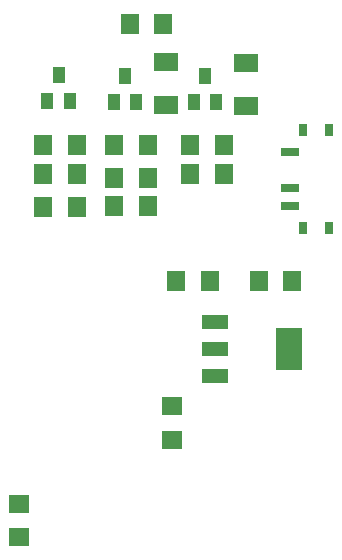
<source format=gbr>
G04 EAGLE Gerber RS-274X export*
G75*
%MOMM*%
%FSLAX34Y34*%
%LPD*%
%INSolderpaste Bottom*%
%IPPOS*%
%AMOC8*
5,1,8,0,0,1.08239X$1,22.5*%
G01*
%ADD10R,2.235200X1.219200*%
%ADD11R,2.200000X3.600000*%
%ADD12R,1.600000X1.803000*%
%ADD13R,1.803000X1.600000*%
%ADD14R,1.000000X1.400000*%
%ADD15R,2.100000X1.500000*%
%ADD16R,0.800000X1.000000*%
%ADD17R,1.500000X0.700000*%


D10*
X351512Y521886D03*
X351512Y545000D03*
X351512Y568114D03*
D11*
X413490Y545000D03*
D12*
X318280Y602500D03*
X346720Y602500D03*
X388280Y602500D03*
X416720Y602500D03*
D13*
X315000Y468280D03*
X315000Y496720D03*
X185000Y414220D03*
X185000Y385780D03*
D12*
X205780Y665000D03*
X234220Y665000D03*
X265780Y666184D03*
X294220Y666184D03*
X307220Y820500D03*
X278780Y820500D03*
D14*
X218684Y777184D03*
X209184Y755184D03*
X228184Y755184D03*
D12*
X205780Y717500D03*
X234220Y717500D03*
X234220Y693684D03*
X205780Y693684D03*
D14*
X275000Y776000D03*
X265500Y754000D03*
X284500Y754000D03*
D12*
X265780Y717500D03*
X294220Y717500D03*
X294220Y690132D03*
X265780Y690132D03*
D14*
X342500Y776000D03*
X333000Y754000D03*
X352000Y754000D03*
D12*
X330280Y717500D03*
X358720Y717500D03*
X358720Y693500D03*
X330280Y693500D03*
D15*
X310000Y752000D03*
X310000Y788000D03*
X377500Y750949D03*
X377500Y786949D03*
D16*
X426000Y730500D03*
X448000Y730500D03*
X448000Y647500D03*
X426000Y647500D03*
D17*
X414500Y711500D03*
X414500Y681500D03*
X414500Y666500D03*
M02*

</source>
